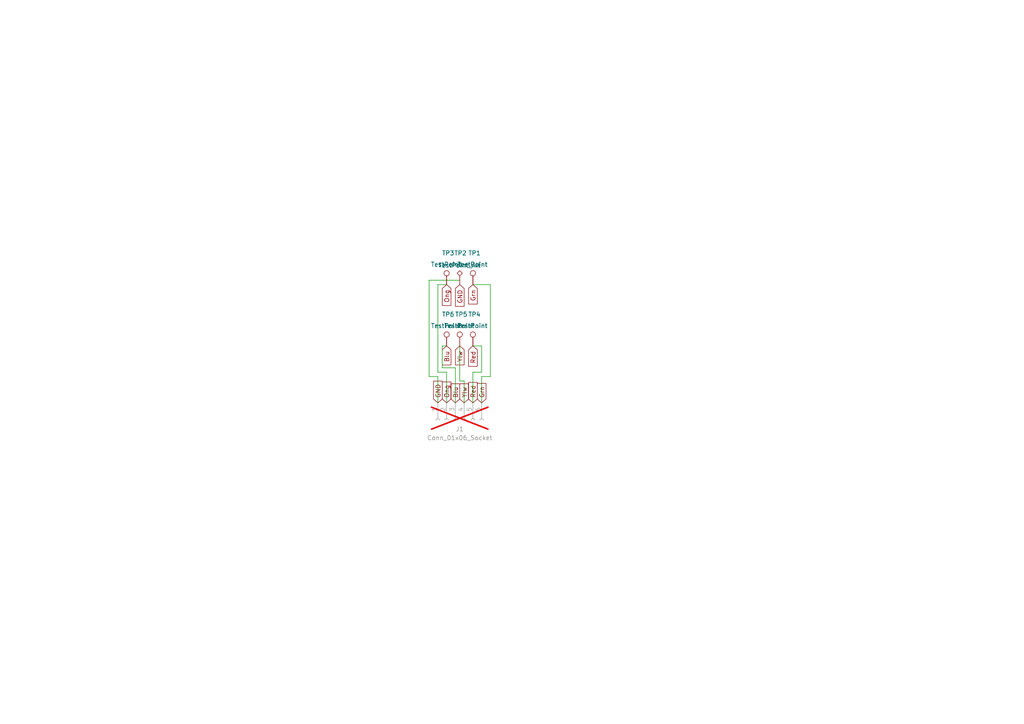
<source format=kicad_sch>
(kicad_sch
	(version 20231120)
	(generator "eeschema")
	(generator_version "8.0")
	(uuid "10916d6f-42d4-43e4-86bb-5b0bcc61a618")
	(paper "A4")
	(lib_symbols
		(symbol "Connector:Conn_01x06_Socket"
			(pin_names
				(offset 1.016) hide)
			(exclude_from_sim no)
			(in_bom yes)
			(on_board yes)
			(property "Reference" "J"
				(at 0 7.62 0)
				(effects
					(font
						(size 1.27 1.27)
					)
				)
			)
			(property "Value" "Conn_01x06_Socket"
				(at 0 -10.16 0)
				(effects
					(font
						(size 1.27 1.27)
					)
				)
			)
			(property "Footprint" ""
				(at 0 0 0)
				(effects
					(font
						(size 1.27 1.27)
					)
					(hide yes)
				)
			)
			(property "Datasheet" "~"
				(at 0 0 0)
				(effects
					(font
						(size 1.27 1.27)
					)
					(hide yes)
				)
			)
			(property "Description" "Generic connector, single row, 01x06, script generated"
				(at 0 0 0)
				(effects
					(font
						(size 1.27 1.27)
					)
					(hide yes)
				)
			)
			(property "ki_locked" ""
				(at 0 0 0)
				(effects
					(font
						(size 1.27 1.27)
					)
				)
			)
			(property "ki_keywords" "connector"
				(at 0 0 0)
				(effects
					(font
						(size 1.27 1.27)
					)
					(hide yes)
				)
			)
			(property "ki_fp_filters" "Connector*:*_1x??_*"
				(at 0 0 0)
				(effects
					(font
						(size 1.27 1.27)
					)
					(hide yes)
				)
			)
			(symbol "Conn_01x06_Socket_1_1"
				(arc
					(start 0 -7.112)
					(mid -0.5058 -7.62)
					(end 0 -8.128)
					(stroke
						(width 0.1524)
						(type default)
					)
					(fill
						(type none)
					)
				)
				(arc
					(start 0 -4.572)
					(mid -0.5058 -5.08)
					(end 0 -5.588)
					(stroke
						(width 0.1524)
						(type default)
					)
					(fill
						(type none)
					)
				)
				(arc
					(start 0 -2.032)
					(mid -0.5058 -2.54)
					(end 0 -3.048)
					(stroke
						(width 0.1524)
						(type default)
					)
					(fill
						(type none)
					)
				)
				(polyline
					(pts
						(xy -1.27 -7.62) (xy -0.508 -7.62)
					)
					(stroke
						(width 0.1524)
						(type default)
					)
					(fill
						(type none)
					)
				)
				(polyline
					(pts
						(xy -1.27 -5.08) (xy -0.508 -5.08)
					)
					(stroke
						(width 0.1524)
						(type default)
					)
					(fill
						(type none)
					)
				)
				(polyline
					(pts
						(xy -1.27 -2.54) (xy -0.508 -2.54)
					)
					(stroke
						(width 0.1524)
						(type default)
					)
					(fill
						(type none)
					)
				)
				(polyline
					(pts
						(xy -1.27 0) (xy -0.508 0)
					)
					(stroke
						(width 0.1524)
						(type default)
					)
					(fill
						(type none)
					)
				)
				(polyline
					(pts
						(xy -1.27 2.54) (xy -0.508 2.54)
					)
					(stroke
						(width 0.1524)
						(type default)
					)
					(fill
						(type none)
					)
				)
				(polyline
					(pts
						(xy -1.27 5.08) (xy -0.508 5.08)
					)
					(stroke
						(width 0.1524)
						(type default)
					)
					(fill
						(type none)
					)
				)
				(arc
					(start 0 0.508)
					(mid -0.5058 0)
					(end 0 -0.508)
					(stroke
						(width 0.1524)
						(type default)
					)
					(fill
						(type none)
					)
				)
				(arc
					(start 0 3.048)
					(mid -0.5058 2.54)
					(end 0 2.032)
					(stroke
						(width 0.1524)
						(type default)
					)
					(fill
						(type none)
					)
				)
				(arc
					(start 0 5.588)
					(mid -0.5058 5.08)
					(end 0 4.572)
					(stroke
						(width 0.1524)
						(type default)
					)
					(fill
						(type none)
					)
				)
				(pin passive line
					(at -5.08 5.08 0)
					(length 3.81)
					(name "Pin_1"
						(effects
							(font
								(size 1.27 1.27)
							)
						)
					)
					(number "1"
						(effects
							(font
								(size 1.27 1.27)
							)
						)
					)
				)
				(pin passive line
					(at -5.08 2.54 0)
					(length 3.81)
					(name "Pin_2"
						(effects
							(font
								(size 1.27 1.27)
							)
						)
					)
					(number "2"
						(effects
							(font
								(size 1.27 1.27)
							)
						)
					)
				)
				(pin passive line
					(at -5.08 0 0)
					(length 3.81)
					(name "Pin_3"
						(effects
							(font
								(size 1.27 1.27)
							)
						)
					)
					(number "3"
						(effects
							(font
								(size 1.27 1.27)
							)
						)
					)
				)
				(pin passive line
					(at -5.08 -2.54 0)
					(length 3.81)
					(name "Pin_4"
						(effects
							(font
								(size 1.27 1.27)
							)
						)
					)
					(number "4"
						(effects
							(font
								(size 1.27 1.27)
							)
						)
					)
				)
				(pin passive line
					(at -5.08 -5.08 0)
					(length 3.81)
					(name "Pin_5"
						(effects
							(font
								(size 1.27 1.27)
							)
						)
					)
					(number "5"
						(effects
							(font
								(size 1.27 1.27)
							)
						)
					)
				)
				(pin passive line
					(at -5.08 -7.62 0)
					(length 3.81)
					(name "Pin_6"
						(effects
							(font
								(size 1.27 1.27)
							)
						)
					)
					(number "6"
						(effects
							(font
								(size 1.27 1.27)
							)
						)
					)
				)
			)
		)
		(symbol "Connector:TestPoint"
			(pin_numbers hide)
			(pin_names
				(offset 0.762) hide)
			(exclude_from_sim no)
			(in_bom yes)
			(on_board yes)
			(property "Reference" "TP"
				(at 0 6.858 0)
				(effects
					(font
						(size 1.27 1.27)
					)
				)
			)
			(property "Value" "TestPoint"
				(at 0 5.08 0)
				(effects
					(font
						(size 1.27 1.27)
					)
				)
			)
			(property "Footprint" ""
				(at 5.08 0 0)
				(effects
					(font
						(size 1.27 1.27)
					)
					(hide yes)
				)
			)
			(property "Datasheet" "~"
				(at 5.08 0 0)
				(effects
					(font
						(size 1.27 1.27)
					)
					(hide yes)
				)
			)
			(property "Description" "test point"
				(at 0 0 0)
				(effects
					(font
						(size 1.27 1.27)
					)
					(hide yes)
				)
			)
			(property "ki_keywords" "test point tp"
				(at 0 0 0)
				(effects
					(font
						(size 1.27 1.27)
					)
					(hide yes)
				)
			)
			(property "ki_fp_filters" "Pin* Test*"
				(at 0 0 0)
				(effects
					(font
						(size 1.27 1.27)
					)
					(hide yes)
				)
			)
			(symbol "TestPoint_0_1"
				(circle
					(center 0 3.302)
					(radius 0.762)
					(stroke
						(width 0)
						(type default)
					)
					(fill
						(type none)
					)
				)
			)
			(symbol "TestPoint_1_1"
				(pin passive line
					(at 0 0 90)
					(length 2.54)
					(name "1"
						(effects
							(font
								(size 1.27 1.27)
							)
						)
					)
					(number "1"
						(effects
							(font
								(size 1.27 1.27)
							)
						)
					)
				)
			)
		)
		(symbol "Connector:TestPoint_Alt"
			(pin_numbers hide)
			(pin_names
				(offset 0.762) hide)
			(exclude_from_sim no)
			(in_bom yes)
			(on_board yes)
			(property "Reference" "TP"
				(at 0 6.858 0)
				(effects
					(font
						(size 1.27 1.27)
					)
				)
			)
			(property "Value" "TestPoint_Alt"
				(at 0 5.08 0)
				(effects
					(font
						(size 1.27 1.27)
					)
				)
			)
			(property "Footprint" ""
				(at 5.08 0 0)
				(effects
					(font
						(size 1.27 1.27)
					)
					(hide yes)
				)
			)
			(property "Datasheet" "~"
				(at 5.08 0 0)
				(effects
					(font
						(size 1.27 1.27)
					)
					(hide yes)
				)
			)
			(property "Description" "test point (alternative shape)"
				(at 0 0 0)
				(effects
					(font
						(size 1.27 1.27)
					)
					(hide yes)
				)
			)
			(property "ki_keywords" "test point tp"
				(at 0 0 0)
				(effects
					(font
						(size 1.27 1.27)
					)
					(hide yes)
				)
			)
			(property "ki_fp_filters" "Pin* Test*"
				(at 0 0 0)
				(effects
					(font
						(size 1.27 1.27)
					)
					(hide yes)
				)
			)
			(symbol "TestPoint_Alt_0_1"
				(polyline
					(pts
						(xy 0 2.54) (xy -0.762 3.302) (xy 0 4.064) (xy 0.762 3.302) (xy 0 2.54)
					)
					(stroke
						(width 0)
						(type default)
					)
					(fill
						(type none)
					)
				)
			)
			(symbol "TestPoint_Alt_1_1"
				(pin passive line
					(at 0 0 90)
					(length 2.54)
					(name "1"
						(effects
							(font
								(size 1.27 1.27)
							)
						)
					)
					(number "1"
						(effects
							(font
								(size 1.27 1.27)
							)
						)
					)
				)
			)
		)
	)
	(wire
		(pts
			(xy 142.24 82.55) (xy 142.24 109.22)
		)
		(stroke
			(width 0)
			(type default)
		)
		(uuid "0274034f-9b6e-408d-ba08-79118f8deca3")
	)
	(wire
		(pts
			(xy 133.35 100.33) (xy 133.35 110.49)
		)
		(stroke
			(width 0)
			(type default)
		)
		(uuid "096a1090-9cde-4e7e-9210-2c7b25f92af5")
	)
	(wire
		(pts
			(xy 129.54 107.95) (xy 127 107.95)
		)
		(stroke
			(width 0)
			(type default)
		)
		(uuid "0be75733-ff7a-49a8-b531-ef6486cceacb")
	)
	(wire
		(pts
			(xy 129.54 82.55) (xy 127 82.55)
		)
		(stroke
			(width 0)
			(type default)
		)
		(uuid "1be59d60-559f-47b2-a687-acc99165ce4c")
	)
	(wire
		(pts
			(xy 129.54 116.84) (xy 129.54 107.95)
		)
		(stroke
			(width 0)
			(type default)
		)
		(uuid "41f843bf-7324-49ae-9b22-6114da48e715")
	)
	(wire
		(pts
			(xy 142.24 109.22) (xy 139.7 109.22)
		)
		(stroke
			(width 0)
			(type default)
		)
		(uuid "4428bd22-77dc-4428-a11f-30ea26a0df49")
	)
	(wire
		(pts
			(xy 127 109.22) (xy 127 116.84)
		)
		(stroke
			(width 0)
			(type default)
		)
		(uuid "45e52b4b-11c9-4596-ba3e-6fc6375b550f")
	)
	(wire
		(pts
			(xy 124.46 109.22) (xy 127 109.22)
		)
		(stroke
			(width 0)
			(type default)
		)
		(uuid "4936e368-9e60-4617-acee-c8518f23b26d")
	)
	(wire
		(pts
			(xy 134.62 110.49) (xy 134.62 116.84)
		)
		(stroke
			(width 0)
			(type default)
		)
		(uuid "506cb8b3-c27e-46aa-9ace-d9bed0471003")
	)
	(wire
		(pts
			(xy 127 107.95) (xy 127 82.55)
		)
		(stroke
			(width 0)
			(type default)
		)
		(uuid "58eb7902-f0e2-42ad-acb0-b4e5f9a4d348")
	)
	(wire
		(pts
			(xy 124.46 81.28) (xy 124.46 109.22)
		)
		(stroke
			(width 0)
			(type default)
		)
		(uuid "6c2a201f-233d-429f-9c94-087068655fc8")
	)
	(wire
		(pts
			(xy 128.27 106.68) (xy 128.27 100.33)
		)
		(stroke
			(width 0)
			(type default)
		)
		(uuid "6cda7586-bcd3-4a3c-a5c6-9ff0517bd3dd")
	)
	(wire
		(pts
			(xy 139.7 109.22) (xy 139.7 116.84)
		)
		(stroke
			(width 0)
			(type default)
		)
		(uuid "71385968-eb71-43dc-82f4-7e80b677428f")
	)
	(wire
		(pts
			(xy 133.35 110.49) (xy 134.62 110.49)
		)
		(stroke
			(width 0)
			(type default)
		)
		(uuid "7ece2b0e-dff7-42d0-a933-5c51c78aeb19")
	)
	(wire
		(pts
			(xy 128.27 100.33) (xy 129.54 100.33)
		)
		(stroke
			(width 0)
			(type default)
		)
		(uuid "8933211d-7b9a-4ad3-97e8-59763dbcc55c")
	)
	(wire
		(pts
			(xy 133.35 82.55) (xy 133.35 81.28)
		)
		(stroke
			(width 0)
			(type default)
		)
		(uuid "8a9e90dc-96d9-4089-aec5-a7d1bc3d611e")
	)
	(wire
		(pts
			(xy 137.16 107.95) (xy 137.16 116.84)
		)
		(stroke
			(width 0)
			(type default)
		)
		(uuid "9303df37-6856-4af6-ae1f-ce4009af5ebd")
	)
	(wire
		(pts
			(xy 133.35 81.28) (xy 124.46 81.28)
		)
		(stroke
			(width 0)
			(type default)
		)
		(uuid "98922383-540c-4174-9112-609628c72ab2")
	)
	(wire
		(pts
			(xy 132.08 106.68) (xy 128.27 106.68)
		)
		(stroke
			(width 0)
			(type default)
		)
		(uuid "ac50f9eb-2e4a-4260-87f8-b88ab7c9f682")
	)
	(wire
		(pts
			(xy 139.7 107.95) (xy 137.16 107.95)
		)
		(stroke
			(width 0)
			(type default)
		)
		(uuid "aea3d0b6-0101-4008-9a3b-9805de3cc6ba")
	)
	(wire
		(pts
			(xy 137.16 100.33) (xy 139.7 100.33)
		)
		(stroke
			(width 0)
			(type default)
		)
		(uuid "b0f9a54e-199b-46dd-ab1a-489aaf9771d5")
	)
	(wire
		(pts
			(xy 139.7 100.33) (xy 139.7 107.95)
		)
		(stroke
			(width 0)
			(type default)
		)
		(uuid "cce16e78-3922-4ee5-b5c7-346c7f948d09")
	)
	(wire
		(pts
			(xy 137.16 82.55) (xy 142.24 82.55)
		)
		(stroke
			(width 0)
			(type default)
		)
		(uuid "cf7206d0-321d-4fc0-a80f-1099236fde6d")
	)
	(wire
		(pts
			(xy 132.08 116.84) (xy 132.08 106.68)
		)
		(stroke
			(width 0)
			(type default)
		)
		(uuid "e5978c97-5031-4d99-8541-c9a71a282bf3")
	)
	(global_label "Blu"
		(shape input)
		(at 132.08 116.84 90)
		(fields_autoplaced yes)
		(effects
			(font
				(size 1.27 1.27)
			)
			(justify left)
		)
		(uuid "3dec58c2-246a-4fc3-bade-be2e2dae9531")
		(property "Intersheetrefs" "${INTERSHEET_REFS}"
			(at 132.08 110.7706 90)
			(effects
				(font
					(size 1.27 1.27)
				)
				(justify left)
				(hide yes)
			)
		)
	)
	(global_label "Ylw"
		(shape input)
		(at 134.62 116.84 90)
		(fields_autoplaced yes)
		(effects
			(font
				(size 1.27 1.27)
			)
			(justify left)
		)
		(uuid "431626f5-b439-4d1b-868b-454f4157da62")
		(property "Intersheetrefs" "${INTERSHEET_REFS}"
			(at 134.62 110.7705 90)
			(effects
				(font
					(size 1.27 1.27)
				)
				(justify left)
				(hide yes)
			)
		)
	)
	(global_label "Ong"
		(shape input)
		(at 129.54 116.84 90)
		(fields_autoplaced yes)
		(effects
			(font
				(size 1.27 1.27)
			)
			(justify left)
		)
		(uuid "a43db758-5948-4041-be49-e078276d1e2f")
		(property "Intersheetrefs" "${INTERSHEET_REFS}"
			(at 129.54 110.2263 90)
			(effects
				(font
					(size 1.27 1.27)
				)
				(justify left)
				(hide yes)
			)
		)
	)
	(global_label "GND"
		(shape input)
		(at 127 116.84 90)
		(fields_autoplaced yes)
		(effects
			(font
				(size 1.27 1.27)
			)
			(justify left)
		)
		(uuid "b5fea0ae-332e-4303-a007-866710343011")
		(property "Intersheetrefs" "${INTERSHEET_REFS}"
			(at 127 109.9843 90)
			(effects
				(font
					(size 1.27 1.27)
				)
				(justify left)
				(hide yes)
			)
		)
	)
	(global_label "Ong"
		(shape input)
		(at 129.54 82.55 270)
		(fields_autoplaced yes)
		(effects
			(font
				(size 1.27 1.27)
			)
			(justify right)
		)
		(uuid "b7b2badc-deab-4f1e-9d01-aee6b481ab08")
		(property "Intersheetrefs" "${INTERSHEET_REFS}"
			(at 129.54 89.1637 90)
			(effects
				(font
					(size 1.27 1.27)
				)
				(justify right)
				(hide yes)
			)
		)
	)
	(global_label "Red"
		(shape input)
		(at 137.16 100.33 270)
		(fields_autoplaced yes)
		(effects
			(font
				(size 1.27 1.27)
			)
			(justify right)
		)
		(uuid "b82985e4-47ac-41fb-9412-a91a7d5132ec")
		(property "Intersheetrefs" "${INTERSHEET_REFS}"
			(at 137.16 106.8228 90)
			(effects
				(font
					(size 1.27 1.27)
				)
				(justify right)
				(hide yes)
			)
		)
	)
	(global_label "Red"
		(shape input)
		(at 137.16 116.84 90)
		(fields_autoplaced yes)
		(effects
			(font
				(size 1.27 1.27)
			)
			(justify left)
		)
		(uuid "be45af8d-67f3-40a0-a148-ae4a8c50087d")
		(property "Intersheetrefs" "${INTERSHEET_REFS}"
			(at 137.16 110.3472 90)
			(effects
				(font
					(size 1.27 1.27)
				)
				(justify left)
				(hide yes)
			)
		)
	)
	(global_label "Grn"
		(shape input)
		(at 139.7 116.84 90)
		(fields_autoplaced yes)
		(effects
			(font
				(size 1.27 1.27)
			)
			(justify left)
		)
		(uuid "df60784d-b315-4410-b9f5-74d8a0937cc8")
		(property "Intersheetrefs" "${INTERSHEET_REFS}"
			(at 139.7 110.6496 90)
			(effects
				(font
					(size 1.27 1.27)
				)
				(justify left)
				(hide yes)
			)
		)
	)
	(global_label "Blu"
		(shape input)
		(at 129.54 100.33 270)
		(fields_autoplaced yes)
		(effects
			(font
				(size 1.27 1.27)
			)
			(justify right)
		)
		(uuid "eb1c5cb8-9c5e-49c0-9cd0-967d2d00bcaf")
		(property "Intersheetrefs" "${INTERSHEET_REFS}"
			(at 129.54 106.3994 90)
			(effects
				(font
					(size 1.27 1.27)
				)
				(justify right)
				(hide yes)
			)
		)
	)
	(global_label "GND"
		(shape input)
		(at 133.35 82.55 270)
		(fields_autoplaced yes)
		(effects
			(font
				(size 1.27 1.27)
			)
			(justify right)
		)
		(uuid "ee6dc249-7477-4b0d-ace0-d8ac78b402f3")
		(property "Intersheetrefs" "${INTERSHEET_REFS}"
			(at 133.35 89.4057 90)
			(effects
				(font
					(size 1.27 1.27)
				)
				(justify right)
				(hide yes)
			)
		)
	)
	(global_label "Ylw"
		(shape input)
		(at 133.35 100.33 270)
		(fields_autoplaced yes)
		(effects
			(font
				(size 1.27 1.27)
			)
			(justify right)
		)
		(uuid "f1fcfb37-bcb2-4c3c-9ae4-f27305a9aab2")
		(property "Intersheetrefs" "${INTERSHEET_REFS}"
			(at 133.35 106.3995 90)
			(effects
				(font
					(size 1.27 1.27)
				)
				(justify right)
				(hide yes)
			)
		)
	)
	(global_label "Grn"
		(shape input)
		(at 137.16 82.55 270)
		(fields_autoplaced yes)
		(effects
			(font
				(size 1.27 1.27)
			)
			(justify right)
		)
		(uuid "fc79ead5-d0e7-44a4-8843-4bbcde6d9969")
		(property "Intersheetrefs" "${INTERSHEET_REFS}"
			(at 137.16 88.7404 90)
			(effects
				(font
					(size 1.27 1.27)
				)
				(justify right)
				(hide yes)
			)
		)
	)
	(symbol
		(lib_id "Connector:TestPoint_Alt")
		(at 133.35 82.55 0)
		(mirror y)
		(unit 1)
		(exclude_from_sim no)
		(in_bom yes)
		(on_board yes)
		(dnp no)
		(uuid "48caa2c7-f00f-465d-87fb-3d7598208915")
		(property "Reference" "TP2"
			(at 135.382 73.406 0)
			(effects
				(font
					(size 1.27 1.27)
				)
				(justify left)
			)
		)
		(property "Value" "TestPoint_Alt"
			(at 139.446 76.962 0)
			(effects
				(font
					(size 1.27 1.27)
				)
				(justify left)
			)
		)
		(property "Footprint" "CustomFootprints:SAMESKY_CPG-01-TH-B"
			(at 128.27 82.55 0)
			(effects
				(font
					(size 1.27 1.27)
				)
				(hide yes)
			)
		)
		(property "Datasheet" "~"
			(at 128.27 82.55 0)
			(effects
				(font
					(size 1.27 1.27)
				)
				(hide yes)
			)
		)
		(property "Description" "test point (alternative shape)"
			(at 133.35 82.55 0)
			(effects
				(font
					(size 1.27 1.27)
				)
				(hide yes)
			)
		)
		(pin "1"
			(uuid "097762e0-89ce-47d9-9b3c-b477d63aeef0")
		)
		(instances
			(project ""
				(path "/10916d6f-42d4-43e4-86bb-5b0bcc61a618"
					(reference "TP2")
					(unit 1)
				)
			)
		)
	)
	(symbol
		(lib_id "Connector:TestPoint")
		(at 129.54 82.55 0)
		(mirror y)
		(unit 1)
		(exclude_from_sim no)
		(in_bom yes)
		(on_board yes)
		(dnp no)
		(uuid "52a4a92e-9bb4-4390-8e30-00eb705d8011")
		(property "Reference" "TP3"
			(at 131.826 73.406 0)
			(effects
				(font
					(size 1.27 1.27)
				)
				(justify left)
			)
		)
		(property "Value" "TestPoint"
			(at 133.858 76.708 0)
			(effects
				(font
					(size 1.27 1.27)
				)
				(justify left)
			)
		)
		(property "Footprint" "CustomFootprints:SAMESKY_CPG-01-TH-B"
			(at 124.46 82.55 0)
			(effects
				(font
					(size 1.27 1.27)
				)
				(hide yes)
			)
		)
		(property "Datasheet" "~"
			(at 124.46 82.55 0)
			(effects
				(font
					(size 1.27 1.27)
				)
				(hide yes)
			)
		)
		(property "Description" "test point"
			(at 129.54 82.55 0)
			(effects
				(font
					(size 1.27 1.27)
				)
				(hide yes)
			)
		)
		(pin "1"
			(uuid "c2005174-d760-4e06-a254-77d5bf93a815")
		)
		(instances
			(project "InterfaceBoard"
				(path "/10916d6f-42d4-43e4-86bb-5b0bcc61a618"
					(reference "TP3")
					(unit 1)
				)
			)
		)
	)
	(symbol
		(lib_id "Connector:TestPoint")
		(at 129.54 100.33 0)
		(mirror y)
		(unit 1)
		(exclude_from_sim no)
		(in_bom yes)
		(on_board yes)
		(dnp no)
		(uuid "6f51b091-d956-4632-84a5-6f0064ee7ec4")
		(property "Reference" "TP6"
			(at 131.826 91.186 0)
			(effects
				(font
					(size 1.27 1.27)
				)
				(justify left)
			)
		)
		(property "Value" "TestPoint"
			(at 133.858 94.488 0)
			(effects
				(font
					(size 1.27 1.27)
				)
				(justify left)
			)
		)
		(property "Footprint" "CustomFootprints:SAMESKY_CPG-01-TH-B"
			(at 124.46 100.33 0)
			(effects
				(font
					(size 1.27 1.27)
				)
				(hide yes)
			)
		)
		(property "Datasheet" "~"
			(at 124.46 100.33 0)
			(effects
				(font
					(size 1.27 1.27)
				)
				(hide yes)
			)
		)
		(property "Description" "test point"
			(at 129.54 100.33 0)
			(effects
				(font
					(size 1.27 1.27)
				)
				(hide yes)
			)
		)
		(pin "1"
			(uuid "d0398838-37ce-4000-8022-992395dd5ffa")
		)
		(instances
			(project "InterfaceBoard"
				(path "/10916d6f-42d4-43e4-86bb-5b0bcc61a618"
					(reference "TP6")
					(unit 1)
				)
			)
		)
	)
	(symbol
		(lib_id "Connector:Conn_01x06_Socket")
		(at 132.08 121.92 90)
		(mirror x)
		(unit 1)
		(exclude_from_sim no)
		(in_bom yes)
		(on_board yes)
		(dnp yes)
		(fields_autoplaced yes)
		(uuid "8d615f64-2c66-402c-a88b-a1627ba20aab")
		(property "Reference" "J1"
			(at 133.35 124.46 90)
			(effects
				(font
					(size 1.27 1.27)
				)
			)
		)
		(property "Value" "Conn_01x06_Socket"
			(at 133.35 127 90)
			(effects
				(font
					(size 1.27 1.27)
				)
			)
		)
		(property "Footprint" "Connector_PinSocket_2.54mm:PinSocket_1x06_P2.54mm_Vertical"
			(at 132.08 121.92 0)
			(effects
				(font
					(size 1.27 1.27)
				)
				(hide yes)
			)
		)
		(property "Datasheet" "~"
			(at 132.08 121.92 0)
			(effects
				(font
					(size 1.27 1.27)
				)
				(hide yes)
			)
		)
		(property "Description" "Generic connector, single row, 01x06, script generated"
			(at 132.08 121.92 0)
			(effects
				(font
					(size 1.27 1.27)
				)
				(hide yes)
			)
		)
		(pin "6"
			(uuid "2ea94fde-1f14-4483-a15a-a165a9a38909")
		)
		(pin "1"
			(uuid "9e0d0ed4-678d-4058-8c75-c45f1cfb240d")
		)
		(pin "5"
			(uuid "33710498-dc22-4347-a345-fc3ee434511c")
		)
		(pin "2"
			(uuid "384431ff-f4b2-4f62-bb68-a1f75be6b789")
		)
		(pin "3"
			(uuid "dec55e67-0dc4-41eb-a07e-3d6067754ba0")
		)
		(pin "4"
			(uuid "0cfca7fb-36d6-4736-ac15-63a8f5f56bb1")
		)
		(instances
			(project ""
				(path "/10916d6f-42d4-43e4-86bb-5b0bcc61a618"
					(reference "J1")
					(unit 1)
				)
			)
		)
	)
	(symbol
		(lib_id "Connector:TestPoint")
		(at 137.16 82.55 0)
		(mirror y)
		(unit 1)
		(exclude_from_sim no)
		(in_bom yes)
		(on_board yes)
		(dnp no)
		(uuid "9a9f24a5-58c8-4a8c-95a0-93d57d2e3f9a")
		(property "Reference" "TP1"
			(at 139.446 73.406 0)
			(effects
				(font
					(size 1.27 1.27)
				)
				(justify left)
			)
		)
		(property "Value" "TestPoint"
			(at 141.478 76.708 0)
			(effects
				(font
					(size 1.27 1.27)
				)
				(justify left)
			)
		)
		(property "Footprint" "CustomFootprints:SAMESKY_CPG-01-TH-B"
			(at 132.08 82.55 0)
			(effects
				(font
					(size 1.27 1.27)
				)
				(hide yes)
			)
		)
		(property "Datasheet" "~"
			(at 132.08 82.55 0)
			(effects
				(font
					(size 1.27 1.27)
				)
				(hide yes)
			)
		)
		(property "Description" "test point"
			(at 137.16 82.55 0)
			(effects
				(font
					(size 1.27 1.27)
				)
				(hide yes)
			)
		)
		(pin "1"
			(uuid "f8f7982a-2927-44b5-93b6-0163ef9fe1b1")
		)
		(instances
			(project ""
				(path "/10916d6f-42d4-43e4-86bb-5b0bcc61a618"
					(reference "TP1")
					(unit 1)
				)
			)
		)
	)
	(symbol
		(lib_id "Connector:TestPoint")
		(at 137.16 100.33 0)
		(mirror y)
		(unit 1)
		(exclude_from_sim no)
		(in_bom yes)
		(on_board yes)
		(dnp no)
		(uuid "e840e8af-0051-441c-9dd9-acf3dd0f09e7")
		(property "Reference" "TP4"
			(at 139.446 91.186 0)
			(effects
				(font
					(size 1.27 1.27)
				)
				(justify left)
			)
		)
		(property "Value" "TestPoint"
			(at 141.478 94.488 0)
			(effects
				(font
					(size 1.27 1.27)
				)
				(justify left)
			)
		)
		(property "Footprint" "CustomFootprints:SAMESKY_CPG-01-TH-B"
			(at 132.08 100.33 0)
			(effects
				(font
					(size 1.27 1.27)
				)
				(hide yes)
			)
		)
		(property "Datasheet" "~"
			(at 132.08 100.33 0)
			(effects
				(font
					(size 1.27 1.27)
				)
				(hide yes)
			)
		)
		(property "Description" "test point"
			(at 137.16 100.33 0)
			(effects
				(font
					(size 1.27 1.27)
				)
				(hide yes)
			)
		)
		(pin "1"
			(uuid "9c05fe16-70f7-4634-8c11-e347c4522b31")
		)
		(instances
			(project "InterfaceBoard"
				(path "/10916d6f-42d4-43e4-86bb-5b0bcc61a618"
					(reference "TP4")
					(unit 1)
				)
			)
		)
	)
	(symbol
		(lib_id "Connector:TestPoint")
		(at 133.35 100.33 0)
		(mirror y)
		(unit 1)
		(exclude_from_sim no)
		(in_bom yes)
		(on_board yes)
		(dnp no)
		(uuid "f8daadf4-91a5-41f2-aa30-eca9cebb1d30")
		(property "Reference" "TP5"
			(at 135.636 91.186 0)
			(effects
				(font
					(size 1.27 1.27)
				)
				(justify left)
			)
		)
		(property "Value" "TestPoint"
			(at 137.668 94.488 0)
			(effects
				(font
					(size 1.27 1.27)
				)
				(justify left)
			)
		)
		(property "Footprint" "CustomFootprints:SAMESKY_CPG-01-TH-B"
			(at 128.27 100.33 0)
			(effects
				(font
					(size 1.27 1.27)
				)
				(hide yes)
			)
		)
		(property "Datasheet" "~"
			(at 128.27 100.33 0)
			(effects
				(font
					(size 1.27 1.27)
				)
				(hide yes)
			)
		)
		(property "Description" "test point"
			(at 133.35 100.33 0)
			(effects
				(font
					(size 1.27 1.27)
				)
				(hide yes)
			)
		)
		(pin "1"
			(uuid "4b7b5cc9-4d3a-4472-b32b-13ee88ee380b")
		)
		(instances
			(project "InterfaceBoard"
				(path "/10916d6f-42d4-43e4-86bb-5b0bcc61a618"
					(reference "TP5")
					(unit 1)
				)
			)
		)
	)
	(sheet_instances
		(path "/"
			(page "1")
		)
	)
)

</source>
